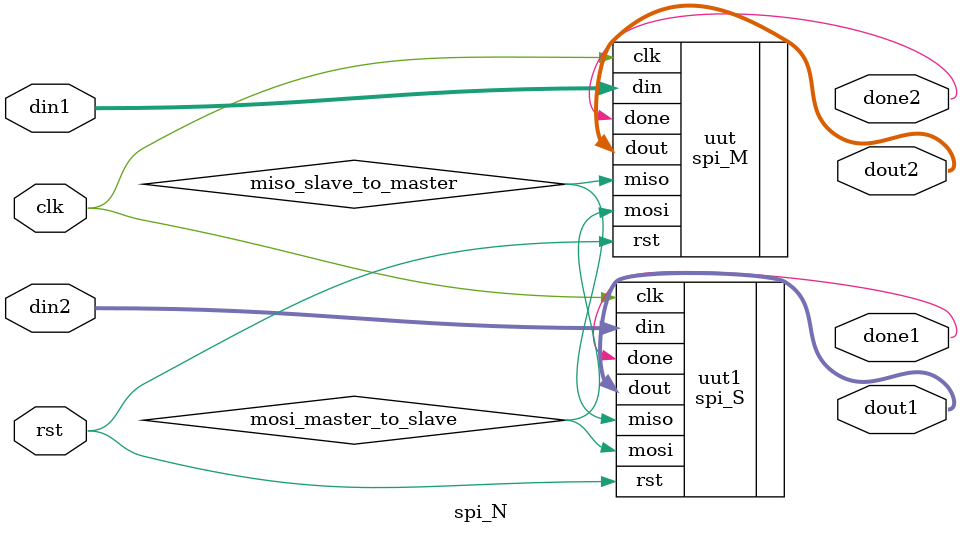
<source format=v>
module spi_N (
    output [7:0] dout1,
    output [7:0] dout2,
    output done1,
    output done2,
    input clk,
    input rst,
    input [7:0] din1,
    input [7:0] din2
);

    wire mosi_master_to_slave;
    wire miso_slave_to_master;

    spi_M uut (
        .clk(clk),
        .rst(rst),
        .din(din1),
        .miso(miso_slave_to_master),
        .mosi(mosi_master_to_slave),
        .dout(dout2),
        .done(done2)
    );

    spi_S uut1 (
        .clk(clk),
        .rst(rst),
        .din(din2),
        .mosi(mosi_master_to_slave),
        .miso(miso_slave_to_master),
        .dout(dout1),
        .done(done1)
    );

endmodule

</source>
